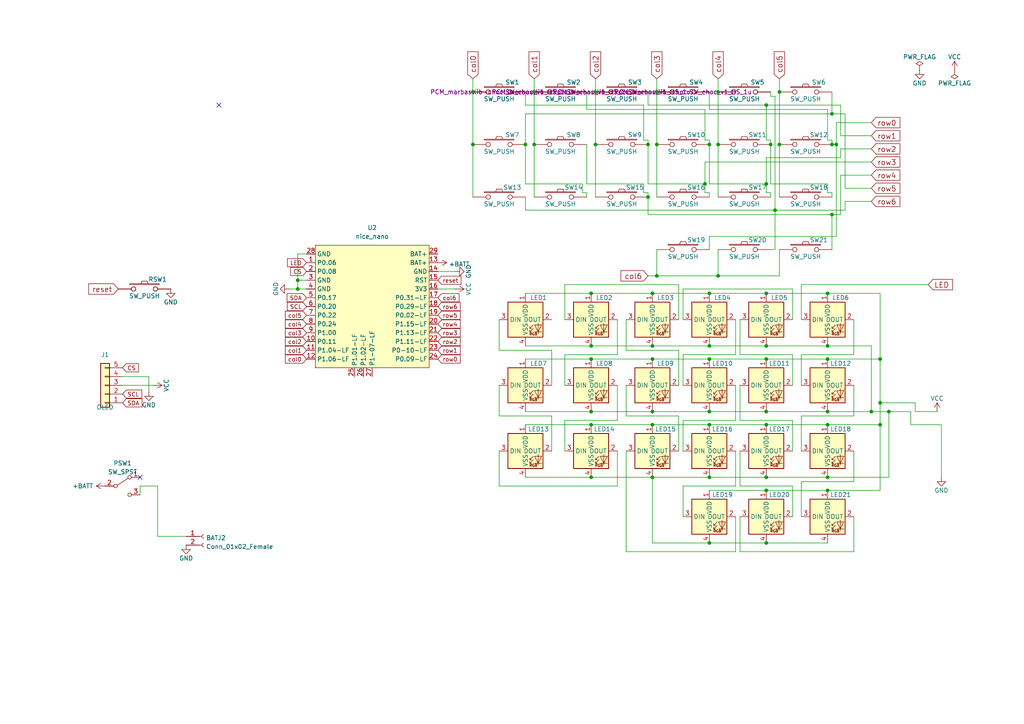
<source format=kicad_sch>
(kicad_sch (version 20230121) (generator eeschema)
  (paper "A4")
  (title_block (title "Corne Chocolate") (date "2018-11-16") (rev "2.0") (company "foostan"))
  (lib_symbols
    (symbol "Connector:Conn_01x02_Female" (pin_names (offset 1.016) hide)
      (property "Reference" "J" (at 0 2.54 0))
      (property "Value" "Conn_01x02_Female" (at 0 -5.08 0))
      (symbol "Conn_01x02_Female_1_1"
        (arc (start 0 -2.032) (mid -0.5058 -2.54) (end 0 -3.048) (stroke (width 0.1524)))
        (polyline (pts (xy -1.27 -2.54) (xy -0.508 -2.54)) (stroke (width 0.1524)))
        (polyline (pts (xy -1.27 0) (xy -0.508 0)) (stroke (width 0.1524)))
        (arc (start 0 0.508) (mid -0.5058 0) (end 0 -0.508) (stroke (width 0.1524)))
        (pin passive line (at -5.08 0 0) (length 3.81) (name "Pin_1") (number "1"))
        (pin passive line (at -5.08 -2.54 0) (length 3.81) (name "Pin_2") (number "2"))
      )
    )
    (symbol "Connector_Generic:Conn_01x05" (pin_names (offset 1.016) hide)
      (property "Reference" "J" (at 0 7.62 0))
      (property "Value" "Conn_01x05" (at 0 -7.62 0))
      (symbol "Conn_01x05_1_1"
        (rectangle (start -1.27 -4.953) (end 0 -5.207) (stroke (width 0.1524)))
        (rectangle (start -1.27 -2.413) (end 0 -2.667) (stroke (width 0.1524)))
        (rectangle (start -1.27 0.127) (end 0 -0.127) (stroke (width 0.1524)))
        (rectangle (start -1.27 2.667) (end 0 2.413) (stroke (width 0.1524)))
        (rectangle (start -1.27 5.207) (end 0 4.953) (stroke (width 0.1524)))
        (rectangle (start -1.27 6.35) (end 1.27 -6.35) (stroke (width 0.254)) (fill (type background)))
        (pin passive line (at -5.08 5.08 0) (length 3.81) (name "Pin_1") (number "1"))
        (pin passive line (at -5.08 2.54 0) (length 3.81) (name "Pin_2") (number "2"))
        (pin passive line (at -5.08 0 0) (length 3.81) (name "Pin_3") (number "3"))
        (pin passive line (at -5.08 -2.54 0) (length 3.81) (name "Pin_4") (number "4"))
        (pin passive line (at -5.08 -5.08 0) (length 3.81) (name "Pin_5") (number "5"))
      )
    )
    (symbol "PCM_marbastlib-promicroish:nice_nano" (in_bom no)
      (property "Reference" "U" (at 0 22.86 0))
      (property "Value" "nice_nano" (at 0 20.32 0))
      (symbol "nice_nano_0_0"
        (pin bidirectional line (at -19.05 13.97 0) (length 2.54) (name "P0.06") (number "1"))
        (pin bidirectional line (at -19.05 -8.89 0) (length 2.54) (name "P0.11") (number "10"))
        (pin bidirectional line (at -19.05 -11.43 0) (length 2.54) (name "P1.04-LF") (number "11"))
        (pin bidirectional line (at -19.05 -13.97 0) (length 2.54) (name "P1.06-LF") (number "12"))
        (pin power_out line (at 19.05 11.43 180) (length 2.54) (name "GND") (number "14"))
        (pin bidirectional line (at 19.05 8.89 180) (length 2.54) (name "RST") (number "15"))
        (pin bidirectional line (at 19.05 3.81 180) (length 2.54) (name "P0.31-LF") (number "17"))
        (pin bidirectional line (at 19.05 1.27 180) (length 2.54) (name "P0.29-LF") (number "18"))
        (pin bidirectional line (at 19.05 -1.27 180) (length 2.54) (name "P0.02-LF") (number "19"))
        (pin bidirectional line (at -19.05 11.43 0) (length 2.54) (name "P0.08") (number "2"))
        (pin bidirectional line (at 19.05 -3.81 180) (length 2.54) (name "P1.15-LF") (number "20"))
        (pin bidirectional line (at 19.05 -6.35 180) (length 2.54) (name "P1.13-LF") (number "21"))
        (pin bidirectional line (at 19.05 -8.89 180) (length 2.54) (name "P1.11-LF") (number "22"))
        (pin bidirectional line (at 19.05 -11.43 180) (length 2.54) (name "P0-10-LF") (number "23"))
        (pin bidirectional line (at 19.05 -13.97 180) (length 2.54) (name "P0.09-LF") (number "24"))
        (pin power_out line (at -19.05 8.89 0) (length 2.54) (name "GND") (number "3"))
        (pin power_out line (at -19.05 6.35 0) (length 2.54) (name "GND") (number "4"))
        (pin bidirectional line (at -19.05 3.81 0) (length 2.54) (name "P0.17") (number "5"))
        (pin bidirectional line (at -19.05 1.27 0) (length 2.54) (name "P0.20") (number "6"))
        (pin bidirectional line (at -19.05 -1.27 0) (length 2.54) (name "P0.22") (number "7"))
        (pin bidirectional line (at -19.05 -3.81 0) (length 2.54) (name "P0.24") (number "8"))
        (pin bidirectional line (at -19.05 -6.35 0) (length 2.54) (name "P1.00") (number "9"))
      )
      (symbol "nice_nano_1_0"
        (pin power_out line (at 19.05 13.97 180) (length 2.54) (name "BAT+") (number "13"))
        (pin power_out line (at 19.05 6.35 180) (length 2.54) (name "3V3") (number "16"))
        (pin bidirectional line (at -5.08 -19.05 90) (length 2.54) (name "P1.01-LF") (number "25"))
        (pin bidirectional line (at -2.54 -19.05 90) (length 2.54) (name "P1.02-LF") (number "26"))
        (pin bidirectional line (at 0 -19.05 90) (length 2.54) (name "P1-07-LF") (number "27"))
        (pin power_out line (at -19.05 16.51 0) (length 2.54) (name "GND") (number "28"))
        (pin power_out line (at 19.05 16.51 180) (length 2.54) (name "BAT+") (number "29"))
      )
      (symbol "nice_nano_1_1"
        (rectangle (start -16.51 19.05) (end 16.51 -16.51) (fill (type background)))
      )
    )
    (symbol "PCM_marbastlib-various:SK6812MINI-E"
      (property "Reference" "LED" (at 2.54 6.35 0))
      (property "Value" "SK6812MINI-E" (at 7.62 -6.35 0))
      (symbol "SK6812MINI-E_0_0"
        (text "RGB" (at 2.286 -4.191 0) (effects (font (size 0.762 0.762))))
      )
      (symbol "SK6812MINI-E_0_1"
        (polyline (pts (xy 1.27 -3.556) (xy 1.778 -3.556)))
        (polyline (pts (xy 1.27 -2.54) (xy 1.778 -2.54)))
        (polyline (pts (xy 4.699 -3.556) (xy 2.667 -3.556)))
        (polyline (pts (xy 2.286 -2.54) (xy 1.27 -3.556) (xy 1.27 -3.048)))
        (polyline (pts (xy 2.286 -1.524) (xy 1.27 -2.54) (xy 1.27 -2.032)))
        (polyline (pts (xy 3.683 -1.016) (xy 3.683 -3.556) (xy 3.683 -4.064)))
        (polyline (pts (xy 4.699 -1.524) (xy 2.667 -1.524) (xy 3.683 -3.556) (xy 4.699 -1.524)))
        (rectangle (start 5.08 5.08) (end -5.08 -5.08) (stroke (width 0.254)) (fill (type background)))
      )
      (symbol "SK6812MINI-E_1_1"
        (pin power_in line (at 0 7.62 270) (length 2.54) (name "VDD") (number "1"))
        (pin output line (at 7.62 0 180) (length 2.54) (name "DOUT") (number "2"))
        (pin input line (at -7.62 0 0) (length 2.54) (name "DIN") (number "3"))
        (pin power_in line (at 0 -7.62 90) (length 2.54) (name "VSS") (number "4"))
      )
    )
    (symbol "Switch:SW_SPDT" (pin_names (offset 0) hide)
      (property "Reference" "SW" (at 0 4.318 0))
      (property "Value" "SW_SPDT" (at 0 -5.08 0))
      (symbol "SW_SPDT_0_0"
        (circle (center -2.032 0) (radius 0.508))
        (circle (center 2.032 -2.54) (radius 0.508))
      )
      (symbol "SW_SPDT_0_1"
        (polyline (pts (xy -1.524 0.254) (xy 1.651 2.286)))
        (circle (center 2.032 2.54) (radius 0.508))
      )
      (symbol "SW_SPDT_1_1"
        (pin passive line (at 5.08 2.54 180) (length 2.54) (name "A") (number "1"))
        (pin passive line (at -5.08 0 0) (length 2.54) (name "B") (number "2"))
        (pin passive line (at 5.08 -2.54 180) (length 2.54) (name "C") (number "3"))
      )
    )
    (symbol "corne-chocolate-rescue:SW_PUSH-kbd" (pin_numbers hide) (pin_names (offset 1.016) hide)
      (property "Reference" "SW" (at 3.81 2.794 0))
      (property "Value" "SW_PUSH-kbd" (at 0 -2.032 0))
      (symbol "SW_PUSH-kbd_0_1"
        (rectangle (start -4.318 1.27) (end 4.318 1.524))
        (polyline (pts (xy -1.016 1.524) (xy -0.762 2.286) (xy 0.762 2.286) (xy 1.016 1.524)))
        (pin passive inverted (at -7.62 0 0) (length 5.08) (name "1") (number "1"))
        (pin passive inverted (at 7.62 0 180) (length 5.08) (name "2") (number "2"))
      )
    )
    (symbol "power:+BATT" (power) (pin_names (offset 0))
      (property "Value" "+BATT" (at 0 3.556 0))
      (symbol "+BATT_0_1"
        (polyline (pts (xy -0.762 1.27) (xy 0 2.54)))
        (polyline (pts (xy 0 0) (xy 0 2.54)))
        (polyline (pts (xy 0 2.54) (xy 0.762 1.27)))
      )
      (symbol "+BATT_1_1"
        (pin power_in line (at 0 0 90) (length 0) hide (name "+BATT") (number "1"))
      )
    )
    (symbol "power:GND" (power) (pin_names (offset 0))
      (property "Value" "GND" (at 0 -3.81 0))
      (symbol "GND_0_1"
        (polyline (pts (xy 0 0) (xy 0 -1.27) (xy 1.27 -1.27) (xy 0 -2.54) (xy -1.27 -1.27) (xy 0 -1.27)))
      )
      (symbol "GND_1_1"
        (pin power_in line (at 0 0 270) (length 0) hide (name "GND") (number "1"))
      )
    )
    (symbol "power:PWR_FLAG" (power) (pin_numbers hide) (pin_names (offset 0) hide)
      (property "Value" "PWR_FLAG" (at 0 3.81 0))
      (symbol "PWR_FLAG_0_0"
        (pin power_out line (at 0 0 90) (length 0) (name "pwr") (number "1"))
      )
      (symbol "PWR_FLAG_0_1"
        (polyline (pts (xy 0 0) (xy 0 1.27) (xy -1.016 1.905) (xy 0 2.54) (xy 1.016 1.905) (xy 0 1.27)))
      )
    )
    (symbol "power:VCC" (power) (pin_names (offset 0))
      (property "Value" "VCC" (at 0 3.81 0))
      (symbol "VCC_0_1"
        (polyline (pts (xy -0.762 1.27) (xy 0 2.54)))
        (polyline (pts (xy 0 0) (xy 0 2.54)))
        (polyline (pts (xy 0 2.54) (xy 0.762 1.27)))
      )
      (symbol "VCC_1_1"
        (pin power_in line (at 0 0 90) (length 0) hide (name "VCC") (number "1"))
      )
    )
  )
  (junction (at 242.57 41.91))
  (junction (at 205.74 123.19))
  (junction (at 86.36 81.28))
  (junction (at 222.25 85.09))
  (junction (at 226.06 26.67))
  (junction (at 171.45 119.38))
  (junction (at 152.4 41.91))
  (junction (at 205.74 85.09))
  (junction (at 241.3 33.02))
  (junction (at 172.72 26.67))
  (junction (at 208.28 26.67))
  (junction (at 240.03 85.09))
  (junction (at 171.45 138.43))
  (junction (at 154.94 41.91))
  (junction (at 222.25 142.24))
  (junction (at 252.73 119.38))
  (junction (at 171.45 85.09))
  (junction (at 189.23 104.14))
  (junction (at 224.79 60.96))
  (junction (at 86.36 83.82))
  (junction (at 255.27 116.84))
  (junction (at 171.45 104.14))
  (junction (at 222.25 119.38))
  (junction (at 187.96 41.91))
  (junction (at 204.47 53.34))
  (junction (at 208.28 41.91))
  (junction (at 137.16 41.91))
  (junction (at 189.23 85.09))
  (junction (at 222.25 53.34))
  (junction (at 205.74 157.48))
  (junction (at 222.25 138.43))
  (junction (at 190.5 26.67))
  (junction (at 190.5 80.01))
  (junction (at 240.03 100.33))
  (junction (at 205.74 138.43))
  (junction (at 137.16 26.67))
  (junction (at 241.3 62.23))
  (junction (at 240.03 142.24))
  (junction (at 255.27 123.19))
  (junction (at 205.74 41.91))
  (junction (at 189.23 123.19))
  (junction (at 223.52 41.91))
  (junction (at 240.03 138.43))
  (junction (at 205.74 104.14))
  (junction (at 208.28 80.01))
  (junction (at 205.74 119.38))
  (junction (at 222.25 157.48))
  (junction (at 257.81 119.38))
  (junction (at 154.94 26.67))
  (junction (at 240.03 119.38))
  (junction (at 226.06 41.91))
  (junction (at 171.45 100.33))
  (junction (at 241.3 41.91))
  (junction (at 190.5 41.91))
  (junction (at 187.96 57.15))
  (junction (at 205.74 100.33))
  (junction (at 255.27 104.14))
  (junction (at 189.23 100.33))
  (junction (at 240.03 123.19))
  (junction (at 189.23 119.38))
  (junction (at 222.25 104.14))
  (junction (at 222.25 30.48))
  (junction (at 171.45 123.19))
  (junction (at 240.03 104.14))
  (junction (at 222.25 100.33))
  (junction (at 172.72 41.91))
  (junction (at 189.23 138.43))
  (junction (at 222.25 123.19))
  (no_connect (at 63.5 30.48))
  (no_connect (at 40.64 138.43))
  (wire (pts (xy 196.85 92.71) (xy 196.85 82.55)))
  (wire (pts (xy 190.5 41.91) (xy 190.5 57.15)))
  (wire (pts (xy 186.69 30.48) (xy 186.69 40.64)))
  (wire (pts (xy 273.05 123.19) (xy 264.16 123.19)))
  (wire (pts (xy 186.69 55.88) (xy 187.96 55.88)))
  (wire (pts (xy 137.16 26.67) (xy 137.16 41.91)))
  (wire (pts (xy 240.03 119.38) (xy 252.73 119.38)))
  (wire (pts (xy 224.79 27.94) (xy 224.79 60.96)))
  (wire (pts (xy 40.64 140.97) (xy 40.64 143.51)))
  (wire (pts (xy 241.3 33.02) (xy 152.4 33.02)))
  (wire (pts (xy 137.16 41.91) (xy 137.16 57.15)))
  (wire (pts (xy 241.3 26.67) (xy 241.3 33.02)))
  (wire (pts (xy 229.87 111.76) (xy 229.87 102.87)))
  (wire (pts (xy 186.69 53.34) (xy 186.69 55.88)))
  (wire (pts (xy 213.36 130.81) (xy 213.36 140.97)))
  (wire (pts (xy 226.06 41.91) (xy 226.06 57.15)))
  (wire (pts (xy 222.25 53.34) (xy 222.25 45.72)))
  (wire (pts (xy 190.5 80.01) (xy 208.28 80.01)))
  (wire (pts (xy 222.25 55.88) (xy 223.52 55.88)))
  (wire (pts (xy 187.96 62.23) (xy 241.3 62.23)))
  (wire (pts (xy 269.24 82.55) (xy 232.41 82.55)))
  (wire (pts (xy 163.83 82.55) (xy 163.83 92.71)))
  (wire (pts (xy 154.94 22.86) (xy 154.94 26.67)))
  (wire (pts (xy 204.47 55.88) (xy 205.74 55.88)))
  (wire (pts (xy 196.85 82.55) (xy 163.83 82.55)))
  (wire (pts (xy 222.25 123.19) (xy 240.03 123.19)))
  (wire (pts (xy 144.78 140.97) (xy 144.78 130.81)))
  (wire (pts (xy 214.63 121.92) (xy 214.63 111.76)))
  (wire (pts (xy 196.85 111.76) (xy 196.85 101.6)))
  (wire (pts (xy 265.43 119.38) (xy 265.43 116.84)))
  (wire (pts (xy 189.23 123.19) (xy 205.74 123.19)))
  (wire (pts (xy 179.07 140.97) (xy 144.78 140.97)))
  (wire (pts (xy 240.03 31.75) (xy 240.03 40.64)))
  (wire (pts (xy 214.63 160.02) (xy 214.63 149.86)))
  (wire (pts (xy 152.4 119.38) (xy 171.45 119.38)))
  (wire (pts (xy 240.03 55.88) (xy 241.3 55.88)))
  (wire (pts (xy 265.43 116.84) (xy 255.27 116.84)))
  (wire (pts (xy 187.96 57.15) (xy 187.96 62.23)))
  (wire (pts (xy 181.61 160.02) (xy 181.61 130.81)))
  (wire (pts (xy 226.06 80.01) (xy 226.06 72.39)))
  (wire (pts (xy 208.28 41.91) (xy 208.28 57.15)))
  (wire (pts (xy 198.12 102.87) (xy 198.12 111.76)))
  (wire (pts (xy 40.64 140.97) (xy 45.72 140.97)))
  (wire (pts (xy 205.74 40.64) (xy 205.74 41.91)))
  (wire (pts (xy 243.84 62.23) (xy 243.84 50.8)))
  (wire (pts (xy 189.23 157.48) (xy 189.23 138.43)))
  (wire (pts (xy 154.94 41.91) (xy 154.94 57.15)))
  (wire (pts (xy 152.4 138.43) (xy 171.45 138.43)))
  (wire (pts (xy 222.25 142.24) (xy 240.03 142.24)))
  (wire (pts (xy 205.74 104.14) (xy 222.25 104.14)))
  (wire (pts (xy 247.65 111.76) (xy 247.65 120.65)))
  (wire (pts (xy 208.28 22.86) (xy 208.28 26.67)))
  (wire (pts (xy 163.83 102.87) (xy 163.83 111.76)))
  (wire (pts (xy 171.45 85.09) (xy 189.23 85.09)))
  (wire (pts (xy 243.84 50.8) (xy 252.73 50.8)))
  (wire (pts (xy 170.18 53.34) (xy 186.69 53.34)))
  (wire (pts (xy 152.4 41.91) (xy 152.4 53.34)))
  (wire (pts (xy 247.65 149.86) (xy 247.65 160.02)))
  (wire (pts (xy 171.45 138.43) (xy 189.23 138.43)))
  (wire (pts (xy 208.28 80.01) (xy 226.06 80.01)))
  (wire (pts (xy 205.74 55.88) (xy 205.74 57.15)))
  (wire (pts (xy 222.25 138.43) (xy 240.03 138.43)))
  (wire (pts (xy 240.03 53.34) (xy 240.03 55.88)))
  (wire (pts (xy 247.65 139.7) (xy 232.41 139.7)))
  (wire (pts (xy 252.73 119.38) (xy 252.73 100.33)))
  (wire (pts (xy 247.65 102.87) (xy 232.41 102.87)))
  (wire (pts (xy 204.47 40.64) (xy 205.74 40.64)))
  (wire (pts (xy 190.5 26.67) (xy 190.5 41.91)))
  (wire (pts (xy 172.72 22.86) (xy 172.72 26.67)))
  (wire (pts (xy 43.18 109.22) (xy 35.56 109.22)))
  (wire (pts (xy 196.85 120.65) (xy 181.61 120.65)))
  (wire (pts (xy 229.87 140.97) (xy 214.63 140.97)))
  (wire (pts (xy 160.02 120.65) (xy 144.78 120.65)))
  (wire (pts (xy 204.47 53.34) (xy 204.47 46.99)))
  (wire (pts (xy 255.27 116.84) (xy 255.27 104.14)))
  (wire (pts (xy 152.4 60.96) (xy 224.79 60.96)))
  (wire (pts (xy 214.63 140.97) (xy 214.63 130.81)))
  (wire (pts (xy 226.06 22.86) (xy 226.06 26.67)))
  (wire (pts (xy 168.91 53.34) (xy 168.91 55.88)))
  (wire (pts (xy 179.07 130.81) (xy 179.07 140.97)))
  (wire (pts (xy 187.96 30.48) (xy 222.25 30.48)))
  (wire (pts (xy 187.96 41.91) (xy 187.96 53.34)))
  (wire (pts (xy 247.65 160.02) (xy 214.63 160.02)))
  (wire (pts (xy 241.3 41.91) (xy 242.57 41.91)))
  (wire (pts (xy 222.25 30.48) (xy 222.25 40.64)))
  (wire (pts (xy 241.3 55.88) (xy 241.3 57.15)))
  (wire (pts (xy 171.45 119.38) (xy 189.23 119.38)))
  (wire (pts (xy 240.03 138.43) (xy 257.81 138.43)))
  (wire (pts (xy 205.74 157.48) (xy 189.23 157.48)))
  (wire (pts (xy 181.61 101.6) (xy 181.61 92.71)))
  (wire (pts (xy 86.36 81.28) (xy 86.36 83.82)))
  (wire (pts (xy 213.36 102.87) (xy 198.12 102.87)))
  (wire (pts (xy 204.47 46.99) (xy 252.73 46.99)))
  (wire (pts (xy 243.84 39.37) (xy 252.73 39.37)))
  (wire (pts (xy 205.74 53.34) (xy 222.25 53.34)))
  (wire (pts (xy 257.81 119.38) (xy 252.73 119.38)))
  (wire (pts (xy 205.74 68.58) (xy 205.74 72.39)))
  (wire (pts (xy 154.94 26.67) (xy 154.94 41.91)))
  (wire (pts (xy 45.72 155.575) (xy 53.975 155.575)))
  (wire (pts (xy 45.72 140.97) (xy 45.72 155.575)))
  (wire (pts (xy 242.57 35.56) (xy 252.73 35.56)))
  (wire (pts (xy 229.87 102.87) (xy 214.63 102.87)))
  (wire (pts (xy 222.25 100.33) (xy 240.03 100.33)))
  (wire (pts (xy 181.61 120.65) (xy 181.61 111.76)))
  (wire (pts (xy 245.11 60.96) (xy 245.11 58.42)))
  (wire (pts (xy 86.36 73.66) (xy 86.36 81.28)))
  (wire (pts (xy 213.36 92.71) (xy 213.36 102.87)))
  (wire (pts (xy 170.18 31.75) (xy 204.47 31.75)))
  (wire (pts (xy 255.27 123.19) (xy 255.27 116.84)))
  (wire (pts (xy 152.4 104.14) (xy 171.45 104.14)))
  (wire (pts (xy 223.52 53.34) (xy 240.03 53.34)))
  (wire (pts (xy 198.12 121.92) (xy 198.12 130.81)))
  (wire (pts (xy 223.52 26.67) (xy 223.52 27.94)))
  (wire (pts (xy 247.65 92.71) (xy 247.65 102.87)))
  (wire (pts (xy 179.07 111.76) (xy 179.07 121.92)))
  (wire (pts (xy 222.25 40.64) (xy 223.52 40.64)))
  (wire (pts (xy 223.52 27.94) (xy 224.79 27.94)))
  (wire (pts (xy 255.27 85.09) (xy 255.27 104.14)))
  (wire (pts (xy 187.96 55.88) (xy 187.96 57.15)))
  (wire (pts (xy 160.02 130.81) (xy 160.02 120.65)))
  (wire (pts (xy 190.5 22.86) (xy 190.5 26.67)))
  (wire (pts (xy 189.23 104.14) (xy 205.74 104.14)))
  (wire (pts (xy 86.36 81.28) (xy 88.9 81.28)))
  (wire (pts (xy 273.05 138.43) (xy 273.05 123.19)))
  (wire (pts (xy 229.87 130.81) (xy 229.87 121.92)))
  (wire (pts (xy 252.73 100.33) (xy 240.03 100.33)))
  (wire (pts (xy 222.25 85.09) (xy 240.03 85.09)))
  (wire (pts (xy 152.4 100.33) (xy 171.45 100.33)))
  (wire (pts (xy 189.23 119.38) (xy 205.74 119.38)))
  (wire (pts (xy 247.65 120.65) (xy 232.41 120.65)))
  (wire (pts (xy 152.4 123.19) (xy 171.45 123.19)))
  (wire (pts (xy 205.74 41.91) (xy 205.74 53.34)))
  (wire (pts (xy 179.07 92.71) (xy 179.07 102.87)))
  (wire (pts (xy 223.52 55.88) (xy 223.52 57.15)))
  (wire (pts (xy 223.52 40.64) (xy 223.52 41.91)))
  (wire (pts (xy 224.79 60.96) (xy 224.79 72.39)))
  (wire (pts (xy 226.06 26.67) (xy 226.06 41.91)))
  (wire (pts (xy 242.57 68.58) (xy 205.74 68.58)))
  (wire (pts (xy 247.65 130.81) (xy 247.65 139.7)))
  (wire (pts (xy 171.45 100.33) (xy 189.23 100.33)))
  (wire (pts (xy 242.57 41.91) (xy 242.57 68.58)))
  (wire (pts (xy 152.4 33.02) (xy 152.4 41.91)))
  (wire (pts (xy 152.4 57.15) (xy 152.4 60.96)))
  (wire (pts (xy 245.11 54.61) (xy 252.73 54.61)))
  (wire (pts (xy 222.25 30.48) (xy 243.84 30.48)))
  (wire (pts (xy 127 78.74) (xy 132.08 78.74)))
  (wire (pts (xy 241.3 62.23) (xy 241.3 72.39)))
  (wire (pts (xy 232.41 120.65) (xy 232.41 130.81)))
  (wire (pts (xy 240.03 157.48) (xy 222.25 157.48)))
  (wire (pts (xy 224.79 60.96) (xy 245.11 60.96)))
  (wire (pts (xy 170.18 41.91) (xy 170.18 53.34)))
  (wire (pts (xy 172.72 41.91) (xy 172.72 57.15)))
  (wire (pts (xy 229.87 149.86) (xy 229.87 140.97)))
  (wire (pts (xy 198.12 83.82) (xy 198.12 92.71)))
  (wire (pts (xy 172.72 26.67) (xy 172.72 41.91)))
  (wire (pts (xy 213.36 111.76) (xy 213.36 121.92)))
  (wire (pts (xy 187.96 53.34) (xy 204.47 53.34)))
  (wire (pts (xy 127 83.82) (xy 132.08 83.82)))
  (wire (pts (xy 205.74 26.67) (xy 205.74 31.75)))
  (wire (pts (xy 179.07 121.92) (xy 163.83 121.92)))
  (wire (pts (xy 205.74 142.24) (xy 222.25 142.24)))
  (wire (pts (xy 232.41 102.87) (xy 232.41 111.76)))
  (wire (pts (xy 205.74 123.19) (xy 222.25 123.19)))
  (wire (pts (xy 243.84 45.72) (xy 243.84 43.18)))
  (wire (pts (xy 144.78 120.65) (xy 144.78 111.76)))
  (wire (pts (xy 205.74 31.75) (xy 240.03 31.75)))
  (wire (pts (xy 240.03 40.64) (xy 241.3 40.64)))
  (wire (pts (xy 255.27 142.24) (xy 255.27 123.19)))
  (wire (pts (xy 240.03 123.19) (xy 255.27 123.19)))
  (wire (pts (xy 189.23 85.09) (xy 205.74 85.09)))
  (wire (pts (xy 224.79 72.39) (xy 223.52 72.39)))
  (wire (pts (xy 213.36 149.86) (xy 213.36 160.02)))
  (wire (pts (xy 171.45 123.19) (xy 189.23 123.19)))
  (wire (pts (xy 208.28 72.39) (xy 208.28 80.01)))
  (wire (pts (xy 187.96 40.64) (xy 187.96 41.91)))
  (wire (pts (xy 222.25 104.14) (xy 240.03 104.14)))
  (wire (pts (xy 243.84 43.18) (xy 252.73 43.18)))
  (wire (pts (xy 240.03 85.09) (xy 255.27 85.09)))
  (wire (pts (xy 196.85 101.6) (xy 181.61 101.6)))
  (wire (pts (xy 271.78 119.38) (xy 265.43 119.38)))
  (wire (pts (xy 245.11 58.42) (xy 252.73 58.42)))
  (wire (pts (xy 222.25 45.72) (xy 243.84 45.72)))
  (wire (pts (xy 171.45 104.14) (xy 189.23 104.14)))
  (wire (pts (xy 264.16 123.19) (xy 264.16 119.38)))
  (wire (pts (xy 83.82 83.82) (xy 86.36 83.82)))
  (wire (pts (xy 213.36 121.92) (xy 198.12 121.92)))
  (wire (pts (xy 163.83 121.92) (xy 163.83 130.81)))
  (wire (pts (xy 223.52 41.91) (xy 223.52 53.34)))
  (wire (pts (xy 86.36 83.82) (xy 88.9 83.82)))
  (wire (pts (xy 35.56 111.76) (xy 44.45 111.76)))
  (wire (pts (xy 264.16 119.38) (xy 257.81 119.38)))
  (wire (pts (xy 208.28 26.67) (xy 208.28 41.91)))
  (wire (pts (xy 160.02 101.6) (xy 144.78 101.6)))
  (wire (pts (xy 241.3 40.64) (xy 241.3 41.91)))
  (wire (pts (xy 204.47 53.34) (xy 204.47 55.88)))
  (wire (pts (xy 232.41 82.55) (xy 232.41 92.71)))
  (wire (pts (xy 137.16 22.86) (xy 137.16 26.67)))
  (wire (pts (xy 152.4 85.09) (xy 171.45 85.09)))
  (wire (pts (xy 243.84 30.48) (xy 243.84 39.37)))
  (wire (pts (xy 214.63 102.87) (xy 214.63 92.71)))
  (wire (pts (xy 170.18 55.88) (xy 170.18 57.15)))
  (wire (pts (xy 144.78 101.6) (xy 144.78 92.71)))
  (wire (pts (xy 240.03 142.24) (xy 255.27 142.24)))
  (wire (pts (xy 168.91 55.88) (xy 170.18 55.88)))
  (wire (pts (xy 152.4 30.48) (xy 186.69 30.48)))
  (wire (pts (xy 222.25 53.34) (xy 222.25 55.88)))
  (wire (pts (xy 229.87 83.82) (xy 198.12 83.82)))
  (wire (pts (xy 241.3 62.23) (xy 243.84 62.23)))
  (wire (pts (xy 205.74 85.09) (xy 222.25 85.09)))
  (wire (pts (xy 229.87 92.71) (xy 229.87 83.82)))
  (wire (pts (xy 187.96 80.01) (xy 190.5 80.01)))
  (wire (pts (xy 190.5 72.39) (xy 190.5 80.01)))
  (wire (pts (xy 179.07 102.87) (xy 163.83 102.87)))
  (wire (pts (xy 213.36 140.97) (xy 198.12 140.97)))
  (wire (pts (xy 88.9 73.66) (xy 86.36 73.66)))
  (wire (pts (xy 204.47 31.75) (xy 204.47 40.64)))
  (wire (pts (xy 222.25 119.38) (xy 240.03 119.38)))
  (wire (pts (xy 189.23 100.33) (xy 205.74 100.33)))
  (wire (pts (xy 222.25 157.48) (xy 205.74 157.48)))
  (wire (pts (xy 255.27 104.14) (xy 240.03 104.14)))
  (wire (pts (xy 198.12 140.97) (xy 198.12 149.86)))
  (wire (pts (xy 232.41 139.7) (xy 232.41 149.86)))
  (wire (pts (xy 229.87 121.92) (xy 214.63 121.92)))
  (wire (pts (xy 187.96 26.67) (xy 187.96 30.48)))
  (wire (pts (xy 152.4 53.34) (xy 168.91 53.34)))
  (wire (pts (xy 245.11 33.02) (xy 245.11 54.61)))
  (wire (pts (xy 186.69 40.64) (xy 187.96 40.64)))
  (wire (pts (xy 189.23 138.43) (xy 205.74 138.43)))
  (wire (pts (xy 170.18 26.67) (xy 170.18 31.75)))
  (wire (pts (xy 213.36 160.02) (xy 181.61 160.02)))
  (wire (pts (xy 205.74 119.38) (xy 222.25 119.38)))
  (wire (pts (xy 242.57 41.91) (xy 242.57 35.56)))
  (wire (pts (xy 241.3 33.02) (xy 245.11 33.02)))
  (wire (pts (xy 43.18 113.665) (xy 43.18 109.22)))
  (wire (pts (xy 196.85 130.81) (xy 196.85 120.65)))
  (wire (pts (xy 257.81 119.38) (xy 257.81 138.43)))
  (wire (pts (xy 152.4 26.67) (xy 152.4 30.48)))
  (wire (pts (xy 205.74 100.33) (xy 222.25 100.33)))
  (wire (pts (xy 160.02 111.76) (xy 160.02 101.6)))
  (wire (pts (xy 205.74 138.43) (xy 222.25 138.43)))
  (global_label "row2" (shape input) (at 252.73 43.18 0) (effects (font (size 1.524 1.524))) (property "Intersheetrefs" "${INTERSHEET_REFS}" (effects hide)))
  (global_label "col6" (shape input) (at 187.96 80.01 180) (effects (font (size 1.524 1.524))) (property "Intersheetrefs" "${INTERSHEET_REFS}" (effects hide)))
  (global_label "row5" (shape input) (at 127 91.44 0) (effects (font (size 1.1938 1.1938))) (property "Intersheetrefs" "${INTERSHEET_REFS}" (effects hide)))
  (global_label "col5" (shape input) (at 88.9 91.44 180) (effects (font (size 1.1938 1.1938))) (property "Intersheetrefs" "${INTERSHEET_REFS}" (effects hide)))
  (global_label "CS" (shape input) (at 88.9 78.74 180) (effects (font (size 1.1938 1.1938))) (property "Intersheetrefs" "${INTERSHEET_REFS}" (effects hide)))
  (global_label "row0" (shape input) (at 252.73 35.56 0) (effects (font (size 1.524 1.524))) (property "Intersheetrefs" "${INTERSHEET_REFS}" (effects hide)))
  (global_label "SCL" (shape input) (at 35.56 114.3 0) (effects (font (size 1.1938 1.1938))) (property "Intersheetrefs" "${INTERSHEET_REFS}" (effects hide)))
  (global_label "col4" (shape input) (at 208.28 22.86 90) (effects (font (size 1.524 1.524))) (property "Intersheetrefs" "${INTERSHEET_REFS}" (effects hide)))
  (global_label "row5" (shape input) (at 252.73 54.61 0) (effects (font (size 1.524 1.524))) (property "Intersheetrefs" "${INTERSHEET_REFS}" (effects hide)))
  (global_label "row6" (shape input) (at 127 88.9 0) (effects (font (size 1.1938 1.1938))) (property "Intersheetrefs" "${INTERSHEET_REFS}" (effects hide)))
  (global_label "col2" (shape input) (at 172.72 22.86 90) (effects (font (size 1.524 1.524))) (property "Intersheetrefs" "${INTERSHEET_REFS}" (effects hide)))
  (global_label "col5" (shape input) (at 226.06 22.86 90) (effects (font (size 1.524 1.524))) (property "Intersheetrefs" "${INTERSHEET_REFS}" (effects hide)))
  (global_label "reset" (shape input) (at 34.29 83.82 180) (effects (font (size 1.524 1.524))) (property "Intersheetrefs" "${INTERSHEET_REFS}" (effects hide)))
  (global_label "row2" (shape input) (at 127 99.06 0) (effects (font (size 1.1938 1.1938))) (property "Intersheetrefs" "${INTERSHEET_REFS}" (effects hide)))
  (global_label "col4" (shape input) (at 88.9 93.98 180) (effects (font (size 1.1938 1.1938))) (property "Intersheetrefs" "${INTERSHEET_REFS}" (effects hide)))
  (global_label "row3" (shape input) (at 127 96.52 0) (effects (font (size 1.1938 1.1938))) (property "Intersheetrefs" "${INTERSHEET_REFS}" (effects hide)))
  (global_label "row4" (shape input) (at 252.73 50.8 0) (effects (font (size 1.524 1.524))) (property "Intersheetrefs" "${INTERSHEET_REFS}" (effects hide)))
  (global_label "row3" (shape input) (at 252.73 46.99 0) (effects (font (size 1.524 1.524))) (property "Intersheetrefs" "${INTERSHEET_REFS}" (effects hide)))
  (global_label "LED" (shape input) (at 88.9 76.2 180) (effects (font (size 1.1938 1.1938))) (property "Intersheetrefs" "${INTERSHEET_REFS}" (effects hide)))
  (global_label "col1" (shape input) (at 154.94 22.86 90) (effects (font (size 1.524 1.524))) (property "Intersheetrefs" "${INTERSHEET_REFS}" (effects hide)))
  (global_label "SCL" (shape input) (at 88.9 88.9 180) (effects (font (size 1.1938 1.1938))) (property "Intersheetrefs" "${INTERSHEET_REFS}" (effects hide)))
  (global_label "col0" (shape input) (at 137.16 22.86 90) (effects (font (size 1.524 1.524))) (property "Intersheetrefs" "${INTERSHEET_REFS}" (effects hide)))
  (global_label "CS" (shape input) (at 35.56 106.68 0) (effects (font (size 1.1938 1.1938))) (property "Intersheetrefs" "${INTERSHEET_REFS}" (effects hide)))
  (global_label "col1" (shape input) (at 88.9 101.6 180) (effects (font (size 1.1938 1.1938))) (property "Intersheetrefs" "${INTERSHEET_REFS}" (effects hide)))
  (global_label "row1" (shape input) (at 252.73 39.37 0) (effects (font (size 1.524 1.524))) (property "Intersheetrefs" "${INTERSHEET_REFS}" (effects hide)))
  (global_label "reset" (shape input) (at 127 81.28 0) (effects (font (size 1.1938 1.1938))) (property "Intersheetrefs" "${INTERSHEET_REFS}" (effects hide)))
  (global_label "SDA" (shape input) (at 35.56 116.84 0) (effects (font (size 1.1938 1.1938))) (property "Intersheetrefs" "${INTERSHEET_REFS}" (effects hide)))
  (global_label "col6" (shape input) (at 127 86.36 0) (effects (font (size 1.1938 1.1938))) (property "Intersheetrefs" "${INTERSHEET_REFS}" (effects hide)))
  (global_label "row6" (shape input) (at 252.73 58.42 0) (effects (font (size 1.524 1.524))) (property "Intersheetrefs" "${INTERSHEET_REFS}" (effects hide)))
  (global_label "col3" (shape input) (at 88.9 96.52 180) (effects (font (size 1.1938 1.1938))) (property "Intersheetrefs" "${INTERSHEET_REFS}" (effects hide)))
  (global_label "col2" (shape input) (at 88.9 99.06 180) (effects (font (size 1.1938 1.1938))) (property "Intersheetrefs" "${INTERSHEET_REFS}" (effects hide)))
  (global_label "LED" (shape input) (at 269.24 82.55 0) (effects (font (size 1.524 1.524))) (property "Intersheetrefs" "${INTERSHEET_REFS}" (effects hide)))
  (global_label "col0" (shape input) (at 88.9 104.14 180) (effects (font (size 1.1938 1.1938))) (property "Intersheetrefs" "${INTERSHEET_REFS}" (effects hide)))
  (global_label "SDA" (shape input) (at 88.9 86.36 180) (effects (font (size 1.1938 1.1938))) (property "Intersheetrefs" "${INTERSHEET_REFS}" (effects hide)))
  (global_label "row4" (shape input) (at 127 93.98 0) (effects (font (size 1.1938 1.1938))) (property "Intersheetrefs" "${INTERSHEET_REFS}" (effects hide)))
  (global_label "row1" (shape input) (at 127 101.6 0) (effects (font (size 1.1938 1.1938))) (property "Intersheetrefs" "${INTERSHEET_REFS}" (effects hide)))
  (global_label "row0" (shape input) (at 127 104.14 0) (effects (font (size 1.1938 1.1938))) (property "Intersheetrefs" "${INTERSHEET_REFS}" (effects hide)))
  (global_label "col3" (shape input) (at 190.5 22.86 90) (effects (font (size 1.524 1.524))) (property "Intersheetrefs" "${INTERSHEET_REFS}" (effects hide)))
  (symbol (lib_id "corne-chocolate-rescue:SW_PUSH-kbd") (at 162.56 26.67 0) (unit 1)
    (property "Reference" "SW2" (at 166.37 23.876 0))
    (property "Value" "SW_PUSH" (at 162.56 28.702 0))
    (property "Footprint" "PCM_marbastlib-choc:SW_choc_v1_HS_1u" (at 162.56 26.67 0))
  )
  (symbol (lib_id "corne-chocolate-rescue:SW_PUSH-kbd") (at 180.34 26.67 0) (unit 1)
    (property "Reference" "SW3" (at 184.15 23.876 0))
    (property "Value" "SW_PUSH" (at 180.34 28.702 0))
    (property "Footprint" "PCM_marbastlib-choc:SW_choc_v1_HS_1u" (at 180.34 26.67 0))
  )
  (symbol (lib_id "corne-chocolate-rescue:SW_PUSH-kbd") (at 198.12 26.67 0) (unit 1)
    (property "Reference" "SW4" (at 201.93 23.876 0))
    (property "Value" "SW_PUSH" (at 198.12 28.702 0))
    (property "Footprint" "PCM_marbastlib-choc:SW_choc_v1_HS_1u" (at 198.12 26.67 0))
  )
  (symbol (lib_id "corne-chocolate-rescue:SW_PUSH-kbd") (at 215.9 26.67 0) (unit 1)
    (property "Reference" "SW5" (at 219.71 23.876 0))
    (property "Value" "SW_PUSH" (at 215.9 28.702 0))
    (property "Footprint" "PCM_marbastlib-choc:SW_choc_v1_HS_1u" (effects hide))
  )
  (symbol (lib_id "corne-chocolate-rescue:SW_PUSH-kbd") (at 233.68 26.67 0) (unit 1)
    (property "Reference" "SW6" (at 237.49 23.876 0))
    (property "Value" "SW_PUSH" (at 233.68 28.702 0))
    (property "Footprint" "PCM_marbastlib-choc:SW_choc_v1_HS_1u" (effects hide))
  )
  (symbol (lib_id "corne-chocolate-rescue:SW_PUSH-kbd") (at 144.78 26.67 0) (unit 1)
    (property "Reference" "SW1" (at 148.59 23.876 0))
    (property "Value" "SW_PUSH" (at 144.78 28.702 0))
    (property "Footprint" "PCM_marbastlib-choc:SW_choc_v1_HS_1u" (at 144.78 26.67 0))
  )
  (symbol (lib_id "corne-chocolate-rescue:SW_PUSH-kbd") (at 162.56 41.91 0) (unit 1)
    (property "Reference" "SW8" (at 166.37 39.116 0))
    (property "Value" "SW_PUSH" (at 162.56 43.942 0))
    (property "Footprint" "PCM_marbastlib-choc:SW_choc_v1_HS_1u" (effects hide))
  )
  (symbol (lib_id "corne-chocolate-rescue:SW_PUSH-kbd") (at 180.34 41.91 0) (unit 1)
    (property "Reference" "SW9" (at 184.15 39.116 0))
    (property "Value" "SW_PUSH" (at 180.34 43.942 0))
    (property "Footprint" "PCM_marbastlib-choc:SW_choc_v1_HS_1u" (effects hide))
  )
  (symbol (lib_id "corne-chocolate-rescue:SW_PUSH-kbd") (at 198.12 41.91 0) (unit 1)
    (property "Reference" "SW10" (at 201.93 39.116 0))
    (property "Value" "SW_PUSH" (at 198.12 43.942 0))
    (property "Footprint" "PCM_marbastlib-choc:SW_choc_v1_HS_1u" (effects hide))
  )
  (symbol (lib_id "corne-chocolate-rescue:SW_PUSH-kbd") (at 215.9 41.91 0) (unit 1)
    (property "Reference" "SW11" (at 219.71 39.116 0))
    (property "Value" "SW_PUSH" (at 215.9 43.942 0))
    (property "Footprint" "PCM_marbastlib-choc:SW_choc_v1_HS_1u" (effects hide))
  )
  (symbol (lib_id "corne-chocolate-rescue:SW_PUSH-kbd") (at 233.68 41.91 0) (unit 1)
    (property "Reference" "SW12" (at 237.49 39.116 0))
    (property "Value" "SW_PUSH" (at 233.68 43.942 0))
    (property "Footprint" "PCM_marbastlib-choc:SW_choc_v1_HS_1u" (effects hide))
  )
  (symbol (lib_id "corne-chocolate-rescue:SW_PUSH-kbd") (at 144.78 41.91 0) (unit 1)
    (property "Reference" "SW7" (at 148.59 39.116 0))
    (property "Value" "SW_PUSH" (at 144.78 43.942 0))
    (property "Footprint" "PCM_marbastlib-choc:SW_choc_v1_HS_1u" (effects hide))
  )
  (symbol (lib_id "corne-chocolate-rescue:SW_PUSH-kbd") (at 162.56 57.15 0) (unit 1)
    (property "Reference" "SW14" (at 166.37 54.356 0))
    (property "Value" "SW_PUSH" (at 162.56 59.182 0))
    (property "Footprint" "PCM_marbastlib-choc:SW_choc_v1_HS_1u" (effects hide))
  )
  (symbol (lib_id "corne-chocolate-rescue:SW_PUSH-kbd") (at 180.34 57.15 0) (unit 1)
    (property "Reference" "SW15" (at 184.15 54.356 0))
    (property "Value" "SW_PUSH" (at 180.34 59.182 0))
    (property "Footprint" "PCM_marbastlib-choc:SW_choc_v1_HS_1u" (effects hide))
  )
  (symbol (lib_id "corne-chocolate-rescue:SW_PUSH-kbd") (at 198.12 57.15 0) (unit 1)
    (property "Reference" "SW16" (at 201.93 54.356 0))
    (property "Value" "SW_PUSH" (at 198.12 59.182 0))
    (property "Footprint" "PCM_marbastlib-choc:SW_choc_v1_HS_1u" (effects hide))
  )
  (symbol (lib_id "corne-chocolate-rescue:SW_PUSH-kbd") (at 215.9 57.15 0) (unit 1)
    (property "Reference" "SW17" (at 219.71 54.356 0))
    (property "Value" "SW_PUSH" (at 215.9 59.182 0))
    (property "Footprint" "PCM_marbastlib-choc:SW_choc_v1_HS_1u" (effects hide))
  )
  (symbol (lib_id "corne-chocolate-rescue:SW_PUSH-kbd") (at 233.68 57.15 0) (unit 1)
    (property "Reference" "SW18" (at 237.49 54.356 0))
    (property "Value" "SW_PUSH" (at 233.68 59.182 0))
    (property "Footprint" "PCM_marbastlib-choc:SW_choc_v1_HS_1u" (effects hide))
  )
  (symbol (lib_id "corne-chocolate-rescue:SW_PUSH-kbd") (at 144.78 57.15 0) (unit 1)
    (property "Reference" "SW13" (at 148.59 54.356 0))
    (property "Value" "SW_PUSH" (at 144.78 59.182 0))
    (property "Footprint" "PCM_marbastlib-choc:SW_choc_v1_HS_1u" (effects hide))
  )
  (symbol (lib_id "corne-chocolate-rescue:SW_PUSH-kbd") (at 215.9 72.39 0) (unit 1)
    (property "Reference" "SW20" (at 219.71 69.596 0))
    (property "Value" "SW_PUSH" (at 215.9 74.422 0))
    (property "Footprint" "PCM_marbastlib-choc:SW_choc_v1_HS_1u" (effects hide))
  )
  (symbol (lib_id "corne-chocolate-rescue:SW_PUSH-kbd") (at 233.68 72.39 0) (unit 1)
    (property "Reference" "SW21" (at 237.49 69.596 0))
    (property "Value" "SW_PUSH" (at 233.68 74.422 0))
    (property "Footprint" "PCM_marbastlib-choc:SW_choc_v1_HS_1.5u" (effects hide))
  )
  (symbol (lib_id "corne-chocolate-rescue:SW_PUSH-kbd") (at 198.12 72.39 0) (unit 1)
    (property "Reference" "SW19" (at 201.93 69.596 0))
    (property "Value" "SW_PUSH" (at 198.12 74.422 0))
    (property "Footprint" "PCM_marbastlib-choc:SW_choc_v1_HS_1u" (effects hide))
  )
  (symbol (lib_id "power:GND") (at 132.08 78.74 90) (unit 1)
    (property "Reference" "#PWR01" (effects hide))
    (property "Value" "GND" (at 135.89 78.74 0))
  )
  (symbol (lib_id "power:VCC") (at 132.08 83.82 270) (unit 1)
    (property "Reference" "#PWR023" (effects hide))
    (property "Value" "VCC" (at 135.89 83.82 0))
  )
  (symbol (lib_id "power:GND") (at 83.82 83.82 270) (unit 1)
    (property "Reference" "#PWR02" (effects hide))
    (property "Value" "GND" (at 80.01 83.82 0))
  )
  (symbol (lib_id "power:GND") (at 266.7 20.32 0) (unit 1)
    (property "Reference" "#PWR03" (effects hide))
    (property "Value" "GND" (at 266.7 24.13 0))
  )
  (symbol (lib_id "power:VCC") (at 276.86 20.32 0) (unit 1)
    (property "Reference" "#PWR04" (effects hide))
    (property "Value" "VCC" (at 276.86 16.51 0))
  )
  (symbol (lib_id "power:PWR_FLAG") (at 276.86 20.32 180) (unit 1)
    (property "Reference" "#FLG05" (effects hide))
    (property "Value" "PWR_FLAG" (at 276.86 24.13 0))
  )
  (symbol (lib_id "power:PWR_FLAG") (at 266.7 20.32 0) (unit 1)
    (property "Reference" "#FLG06" (effects hide))
    (property "Value" "PWR_FLAG" (at 266.7 16.51 0))
  )
  (symbol (lib_id "corne-chocolate-rescue:SW_PUSH-kbd") (at 41.91 83.82 0) (unit 1)
    (property "Reference" "RSW1" (at 45.72 81.026 0))
    (property "Value" "SW_PUSH" (at 41.91 85.852 0))
    (property "Footprint" "kbd:ResetSW" (effects hide))
  )
  (symbol (lib_id "power:GND") (at 49.53 83.82 0) (unit 1)
    (property "Reference" "#PWR07" (effects hide))
    (property "Value" "GND" (at 49.53 87.63 0))
  )
  (symbol (lib_id "power:VCC") (at 271.78 119.38 0) (unit 1)
    (property "Reference" "#PWR017" (effects hide))
    (property "Value" "VCC" (at 271.78 115.57 0))
  )
  (symbol (lib_id "power:GND") (at 273.05 138.43 0) (unit 1)
    (property "Reference" "#PWR020" (effects hide))
    (property "Value" "GND" (at 273.05 142.24 0))
  )
  (symbol (lib_id "Switch:SW_SPDT") (at 35.56 140.97 0) (unit 1)
    (property "Reference" "PSW1" (at 35.56 134.3492 0))
    (property "Value" "SW_SPST" (at 35.56 136.8861 0))
    (property "Footprint" "Button_Switch_SMD:SW_SPDT_PCM12" (effects hide))
  )
  (symbol (lib_id "Connector:Conn_01x02_Female") (at 59.055 155.575 0) (unit 1)
    (property "Reference" "BATJ2" (at 59.7662 156.0103 0) (effects (justify left)))
    (property "Value" "Conn_01x02_Female" (at 59.7662 158.5472 0) (effects (justify left)))
    (property "Footprint" "Connector_JST:JST_PH_S2B-PH-K_1x02_P2.00mm_Horizontal" (effects hide))
  )
  (symbol (lib_id "PCM_marbastlib-promicroish:nice_nano") (at 107.95 90.17 0) (unit 1) (in_bom no)
    (property "Reference" "U2" (at 107.95 66.04 0))
    (property "Value" "nice_nano" (at 107.95 68.58 0))
    (property "Footprint" "PCM_marbastlib-xp-promicroish:nice_nano_AH_USBup" (effects hide))
    (property "Datasheet" "https://nicekeyboards.com/docs/nice-nano/pinout-schematic" (effects hide))
  )
  (symbol (lib_id "PCM_marbastlib-various:SK6812MINI-E") (at 240.03 111.76 0) (unit 1)
    (property "Reference" "LED12" (at 243.84 105.41 0))
    (property "Value" "SK6812MINI-E" (effects hide))
    (property "Footprint" "PCM_marbastlib-various:LED_6028R" (effects hide))
  )
  (symbol (lib_id "PCM_marbastlib-various:SK6812MINI-E") (at 240.03 92.71 0) (unit 1)
    (property "Reference" "LED6" (at 243.84 86.36 0))
    (property "Value" "SK6812MINI-E" (effects hide))
    (property "Footprint" "PCM_marbastlib-various:LED_6028R" (effects hide))
  )
  (symbol (lib_id "PCM_marbastlib-various:SK6812MINI-E") (at 205.74 130.81 0) (unit 1)
    (property "Reference" "LED16" (at 209.55 124.46 0))
    (property "Value" "SK6812MINI-E" (effects hide))
    (property "Footprint" "PCM_marbastlib-various:LED_6028R" (effects hide))
  )
  (symbol (lib_id "PCM_marbastlib-various:SK6812MINI-E") (at 222.25 111.76 0) (unit 1)
    (property "Reference" "LED11" (at 226.06 105.41 0))
    (property "Value" "SK6812MINI-E" (effects hide))
    (property "Footprint" "PCM_marbastlib-various:LED_6028R" (effects hide))
  )
  (symbol (lib_id "PCM_marbastlib-various:SK6812MINI-E") (at 152.4 111.76 0) (unit 1)
    (property "Reference" "LED7" (at 156.21 105.41 0))
    (property "Value" "SK6812MINI-E" (effects hide))
    (property "Footprint" "PCM_marbastlib-various:LED_6028R" (effects hide))
  )
  (symbol (lib_id "PCM_marbastlib-various:SK6812MINI-E") (at 189.23 130.81 0) (unit 1)
    (property "Reference" "LED15" (at 193.04 124.46 0))
    (property "Value" "SK6812MINI-E" (effects hide))
    (property "Footprint" "PCM_marbastlib-various:LED_6028R" (effects hide))
  )
  (symbol (lib_id "power:GND") (at 43.18 113.665 0) (unit 1)
    (property "Reference" "#PWR06" (effects hide))
    (property "Value" "GND" (at 43.18 117.475 0))
  )
  (symbol (lib_id "PCM_marbastlib-various:SK6812MINI-E") (at 205.74 92.71 0) (unit 1)
    (property "Reference" "LED4" (at 209.55 86.36 0))
    (property "Value" "SK6812MINI-E" (effects hide))
    (property "Footprint" "PCM_marbastlib-various:LED_6028R" (effects hide))
  )
  (symbol (lib_id "PCM_marbastlib-various:SK6812MINI-E") (at 222.25 130.81 0) (unit 1)
    (property "Reference" "LED17" (at 226.06 124.46 0))
    (property "Value" "SK6812MINI-E" (effects hide))
    (property "Footprint" "PCM_marbastlib-various:LED_6028R" (effects hide))
  )
  (symbol (lib_id "PCM_marbastlib-various:SK6812MINI-E") (at 189.23 111.76 0) (unit 1)
    (property "Reference" "LED9" (at 193.04 105.41 0))
    (property "Value" "SK6812MINI-E" (effects hide))
    (property "Footprint" "PCM_marbastlib-various:LED_6028R" (effects hide))
  )
  (symbol (lib_id "PCM_marbastlib-various:SK6812MINI-E") (at 189.23 92.71 0) (unit 1)
    (property "Reference" "LED3" (at 193.04 86.36 0))
    (property "Value" "SK6812MINI-E" (effects hide))
    (property "Footprint" "PCM_marbastlib-various:LED_6028R" (effects hide))
  )
  (symbol (lib_id "Connector_Generic:Conn_01x05") (at 30.48 111.76 180) (unit 1)
    (property "Reference" "J1" (at 30.48 102.87 0))
    (property "Value" "OLED" (at 30.48 118.11 0))
    (property "Footprint" "MyLibrary:nice_view_1side" (effects hide))
  )
  (symbol (lib_id "PCM_marbastlib-various:SK6812MINI-E") (at 171.45 92.71 0) (unit 1)
    (property "Reference" "LED2" (at 175.26 86.36 0))
    (property "Value" "SK6812MINI-E" (effects hide))
    (property "Footprint" "PCM_marbastlib-various:LED_6028R" (effects hide))
  )
  (symbol (lib_id "PCM_marbastlib-various:SK6812MINI-E") (at 205.74 149.86 0) (unit 1)
    (property "Reference" "LED19" (at 209.55 143.51 0))
    (property "Value" "SK6812MINI-E" (effects hide))
    (property "Footprint" "PCM_marbastlib-various:LED_6028R" (effects hide))
  )
  (symbol (lib_id "PCM_marbastlib-various:SK6812MINI-E") (at 171.45 111.76 0) (unit 1)
    (property "Reference" "LED8" (at 175.26 105.41 0))
    (property "Value" "SK6812MINI-E" (effects hide))
    (property "Footprint" "PCM_marbastlib-various:LED_6028R" (effects hide))
  )
  (symbol (lib_id "PCM_marbastlib-various:SK6812MINI-E") (at 205.74 111.76 0) (unit 1)
    (property "Reference" "LED10" (at 209.55 105.41 0))
    (property "Value" "SK6812MINI-E" (effects hide))
    (property "Footprint" "PCM_marbastlib-various:LED_6028R" (effects hide))
  )
  (symbol (lib_id "PCM_marbastlib-various:SK6812MINI-E") (at 152.4 92.71 0) (unit 1)
    (property "Reference" "LED1" (at 156.21 86.36 0))
    (property "Value" "SK6812MINI-E" (effects hide))
    (property "Footprint" "PCM_marbastlib-various:LED_6028R" (effects hide))
  )
  (symbol (lib_id "PCM_marbastlib-various:SK6812MINI-E") (at 171.45 130.81 0) (unit 1)
    (property "Reference" "LED14" (at 175.26 124.46 0))
    (property "Value" "SK6812MINI-E" (effects hide))
    (property "Footprint" "PCM_marbastlib-various:LED_6028R" (effects hide))
  )
  (symbol (lib_id "PCM_marbastlib-various:SK6812MINI-E") (at 222.25 92.71 0) (unit 1)
    (property "Reference" "LED5" (at 226.06 86.36 0))
    (property "Value" "SK6812MINI-E" (effects hide))
    (property "Footprint" "PCM_marbastlib-various:LED_6028R" (effects hide))
  )
  (symbol (lib_id "power:GND") (at 53.975 158.115 0) (unit 1)
    (property "Reference" "#PWR011" (effects hide))
    (property "Value" "GND" (at 53.975 161.925 0))
  )
  (symbol (lib_id "power:+BATT") (at 30.48 140.97 90) (unit 1)
    (property "Reference" "#PWR05" (effects hide))
    (property "Value" "+BATT" (at 20.955 140.97 90) (effects (justify right)))
  )
  (symbol (lib_id "PCM_marbastlib-various:SK6812MINI-E") (at 240.03 130.81 0) (unit 1)
    (property "Reference" "LED18" (at 243.84 124.46 0))
    (property "Value" "SK6812MINI-E" (effects hide))
    (property "Footprint" "PCM_marbastlib-various:LED_6028R" (effects hide))
  )
  (symbol (lib_id "power:+BATT") (at 127 76.2 270) (unit 1)
    (property "Reference" "#PWR09" (effects hide))
    (property "Value" "+BATT" (at 130.175 76.6338 90) (effects (justify left)))
  )
  (symbol (lib_id "power:VCC") (at 44.45 111.76 270) (unit 1)
    (property "Reference" "#PWR08" (effects hide))
    (property "Value" "VCC" (at 48.26 111.76 0))
  )
  (symbol (lib_id "PCM_marbastlib-various:SK6812MINI-E") (at 240.03 149.86 0) (unit 1)
    (property "Reference" "LED21" (at 243.84 143.51 0))
    (property "Value" "SK6812MINI-E" (effects hide))
    (property "Footprint" "PCM_marbastlib-various:LED_6028R" (effects hide))
  )
  (symbol (lib_id "PCM_marbastlib-various:SK6812MINI-E") (at 152.4 130.81 0) (unit 1)
    (property "Reference" "LED13" (at 156.21 124.46 0))
    (property "Value" "SK6812MINI-E" (effects hide))
    (property "Footprint" "PCM_marbastlib-various:LED_6028R" (effects hide))
  )
  (symbol (lib_id "PCM_marbastlib-various:SK6812MINI-E") (at 222.25 149.86 0) (unit 1)
    (property "Reference" "LED20" (at 226.06 143.51 0))
    (property "Value" "SK6812MINI-E" (effects hide))
    (property "Footprint" "PCM_marbastlib-various:LED_6028R" (effects hide))
  )
)
</source>
